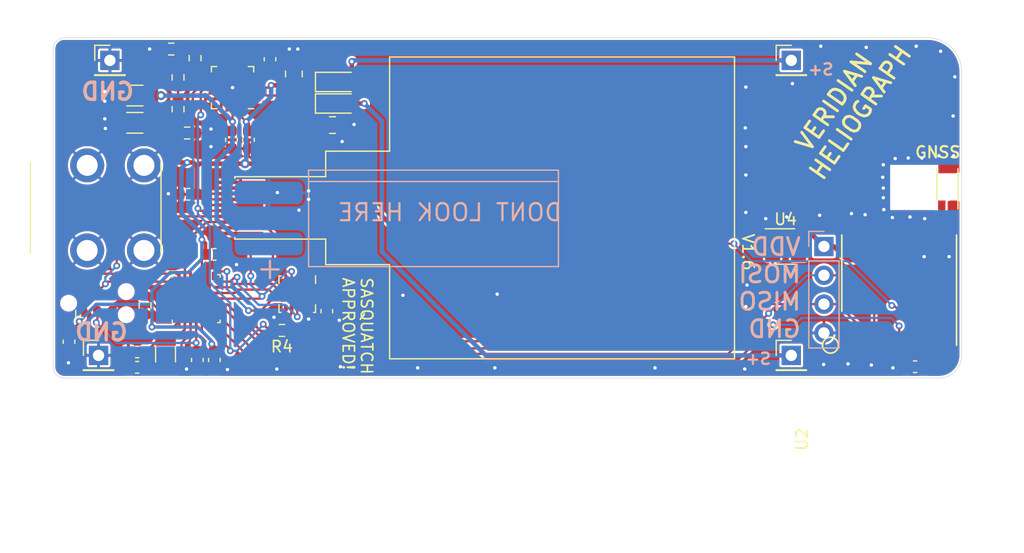
<source format=kicad_pcb>
(kicad_pcb (version 20211014) (generator pcbnew)
  (layers (0 "F.Cu" signal) (31 "B.Cu" signal) (34 "B.Paste" user) (35 "F.Paste" user) (36 "B.SilkS" user "B.Silkscreen") (37 "F.SilkS" user "F.Silkscreen") (38 "B.Mask" user) (39 "F.Mask" user) (44 "Edge.Cuts" user))
  (net 0 "")
  (net 1 "GND")
  (net 2 "GPS_EXINT")
  (net 3 "VDD")
  (net 4 "GPS_UART_MOSI")
  (net 5 "GPS_UART_MISO")
  (net 6 "/SOLAR+")
  (net 7 "/GPS_RF")
  (net 8 "VBAT")
  (net 23 "SPI_MOSI")
  (net 24 "SPI_CLK")
  (net 25 "SPI_MISO")
  (net 26 "LIS_INT")
  (net 27 "LIS_CS")
  (net 28 "Net-(D1-Pad2)")
  (net 29 "Net-(D3-Pad2)")
  (net 30 "Net-(C6-Pad1)")
  (net 31 "XTAL2")
  (net 32 "XTAL1")
  (net 33 "DISPCS")
  (net 34 "Net-(R1-Pad1)")
  (net 35 "Net-(ROK1-Pad1)")
  (net 36 "Net-(ROK2-Pad1)")
  (net 37 "Net-(ROV1-Pad1)")
  (net 41 "VBAT_OK")
  (net 45 "nRESET")
  (net 47 "SWDIO")
  (net 48 "EXTCOMIN")
  (net 49 "/VRDIV")
  (net 51 "/LBOOST")
  (net 54 "GPS_EN")
  (net 56 "GPS_VDD")
  (footprint "Capacitor_SMD:C_0603_1608Metric" (layer "F.Cu") (at 125.9 79)
    (fp_text reference "C5" hide)
    (fp_text value "1uF")
  )
  (footprint "Heliograph:M4_RA_7792" (layer "F.Cu") (at 53 65 -90)
    (fp_text reference "J7" hide)
    (fp_text value "Screw_Terminal_01x01")
  )
  (footprint "Capacitor_SMD:C_0603_1608Metric" (layer "F.Cu") (at 74.1 74.1 90)
    (fp_text reference "C26" hide)
    (fp_text value "1uF")
  )
  (footprint "Package_LGA:LGA-16_3x3mm_P0.5mm_LayoutBorder3x5y" (layer "F.Cu") (at 71.5 72.6 -90)
    (fp_text reference "U6" hide)
    (fp_text value "LIS3DH" hide)
  )
  (footprint "Capacitor_SMD:C_0402_1005Metric" (layer "F.Cu") (at 128.5 65.8 180)
    (fp_text reference "C1" hide)
    (fp_text value "3.3pF")
  )
  (footprint "Margo_Lib:MAX-8" (layer "F.Cu") (at 119.45 77.1 90)
    (fp_text reference "U2")
    (fp_text value "MAX-M10S")
  )
  (footprint "RF_Antenna:Pulse_W3011" (layer "F.Cu") (at 128.75 63.15 180)
    (fp_text reference "AE1" hide)
    (fp_text value "Antenna_Shield")
  )
  (footprint "Capacitor_SMD:C_0805_2012Metric" (layer "F.Cu") (at 74.6 57.7)
    (fp_text reference "C4" hide)
    (fp_text value "4.7uF")
  )
  (footprint "Connector:Tag-Connect_TC2030-IDC-NL_2x03_P1.27mm_Vertical" (layer "F.Cu") (at 53.9 73.4)
    (fp_text reference "J6" hide)
    (fp_text value "Conn_02x03_Odd_Even")
  )
  (footprint "Capacitor_SMD:C_0603_1608Metric" (layer "F.Cu") (at 57.4 79.05 180)
    (fp_text reference "C13" hide)
    (fp_text value "11pF")
  )
  (footprint "Heliograph:LS013B7DH03" (layer "F.Cu") (at 66 65 90)
    (fp_text reference "J1" hide)
    (fp_text value "Conn_01x10_Female")
  )
  (footprint "Resistor_SMD:R_0603_1608Metric" (layer "F.Cu") (at 61 56.3 -90)
    (fp_text reference "ROK2" hide)
    (fp_text value "5.36M")
  )
  (footprint "Capacitor_SMD:C_0603_1608Metric" (layer "F.Cu") (at 69.1 51.9 90)
    (fp_text reference "C6" hide)
    (fp_text value "10nF")
  )
  (footprint "Resistor_SMD:R_0603_1608Metric" (layer "F.Cu") (at 60.4 51 180)
    (fp_text reference "ROV1" hide)
    (fp_text value "6.49M")
  )
  (footprint "Resistor_SMD:R_0603_1608Metric" (layer "F.Cu") (at 61 53.5 -90)
    (fp_text reference "ROK3" hide)
    (fp_text value "1M")
  )
  (footprint "Capacitor_SMD:C_0603_1608Metric" (layer "F.Cu") (at 64.2 69.1)
    (fp_text reference "C14" hide)
    (fp_text value "1uF")
  )
  (footprint "Capacitor_SMD:C_0603_1608Metric" (layer "F.Cu") (at 62.7 78.4 -90)
    (fp_text reference "C2" hide)
    (fp_text value "1uF")
  )
  (footprint "Resistor_SMD:R_0603_1608Metric" (layer "F.Cu") (at 62.5 51.8 90)
    (fp_text reference "ROV2" hide)
    (fp_text value "6.49M")
  )
  (footprint "Capacitor_SMD:C_0603_1608Metric" (layer "F.Cu") (at 65.7 59 90)
    (fp_text reference "C9" hide)
    (fp_text value "10nF")
  )
  (footprint "Resistor_SMD:R_0603_1608Metric" (layer "F.Cu") (at 70.15 75.8 180)
    (fp_text reference "R4")
    (fp_text value "1M")
  )
  (footprint "Capacitor_SMD:C_0603_1608Metric" (layer "F.Cu") (at 67.2 59 90)
    (fp_text reference "C7" hide)
    (fp_text value "10nF")
  )
  (footprint "Capacitor_SMD:C_1206_3216Metric" (layer "F.Cu") (at 57.2 57.5)
    (fp_text reference "C12" hide)
    (fp_text value "47uF")
  )
  (footprint "Capacitor_SMD:C_0603_1608Metric" (layer "F.Cu") (at 64.2 78.4 -90)
    (fp_text reference "C19" hide)
    (fp_text value "1uF")
  )
  (footprint "Capacitor_SMD:C_0603_1608Metric" (layer "F.Cu") (at 61.9 63.8)
    (fp_text reference "C3" hide)
    (fp_text value "1uF")
  )
  (footprint "Diode_SMD:D_SOD-323_HandSoldering" (layer "F.Cu") (at 75 55.8)
    (fp_text reference "D3" hide)
    (fp_text value "Schottky")
  )
  (footprint "Package_DFN_QFN:QFN-28_4x4mm_P0.5mm" (layer "F.Cu") (at 62.6 73 90)
    (fp_text reference "U3" hide)
    (fp_text value "STM32L031G6Ux")
  )
  (footprint "Capacitor_SMD:C_0603_1608Metric" (layer "F.Cu") (at 51.4 76.8 -90)
    (fp_text reference "C16" hide)
    (fp_text value "1uF")
  )
  (footprint "Diode_SMD:D_SOD-323_HandSoldering" (layer "F.Cu") (at 75 53.9)
    (fp_text reference "D1" hide)
    (fp_text value "Schottky")
  )
  (footprint "Capacitor_SMD:C_0603_1608Metric" (layer "F.Cu") (at 57.4 77.7 180)
    (fp_text reference "C15" hide)
    (fp_text value "11pF")
  )
  (footprint "Package_DFN_QFN:QFN-20-1EP_3.5x3.5mm_P0.5mm_EP2x2mm" (layer "F.Cu") (at 65.8 54.4 180)
    (fp_text reference "U1" hide)
    (fp_text value "BQ25505")
  )
  (footprint "Resistor_SMD:R_0603_1608Metric" (layer "F.Cu") (at 61.8 58.4)
    (fp_text reference "ROK1" hide)
    (fp_text value "6.49M")
  )
  (footprint "Capacitor_SMD:C_1206_3216Metric" (layer "F.Cu") (at 57.2 55.1)
    (fp_text reference "C10" hide)
    (fp_text value "47uF")
  )
  (footprint "Connector_PinHeader_2.54mm:PinHeader_1x01_P2.54mm_Vertical" (layer "F.Cu") (at 55 52)
    (fp_text reference "J4" hide)
    (fp_text value "GND")
  )
  (footprint "Crystal:Crystal_SMD_3215-2Pin_3.2x1.5mm" (layer "F.Cu") (at 59.9 77.9 90)
    (fp_text reference "Y1" hide)
    (fp_text value "32.768")
  )
  (footprint "Heliograph:744031220" (layer "F.Cu") (at 72.725 57.7 180)
    (fp_text reference "L1" hide)
    (fp_text value "22uH")
  )
  (footprint "Package_TO_SOT_SMD:SOT-23-5" (layer "F.Cu") (at 114.5 68.4)
    (fp_text reference "U4")
    (fp_text value "MAX40200AUK")
  )
  (footprint "Connector_PinHeader_2.54mm:PinHeader_1x01_P2.54mm_Vertical" (layer "F.Cu") (at 54 78)
    (fp_text reference "J5" hide)
    (fp_text value "GND")
  )
  (footprint "Resistor_SMD:R_0603_1608Metric" (layer "F.Cu") (at 58.1 73.6 -90)
    (fp_text reference "R1" hide)
    (fp_text value "100")
  )
  (footprint "Connector_PinHeader_2.54mm:PinHeader_1x01_P2.54mm_Vertical" (layer "F.Cu") (at 115 78)
    (fp_text reference "J3" hide)
    (fp_text value "Solar1+")
  )
  (footprint "Capacitor_SMD:C_0805_2012Metric" (layer "F.Cu") (at 71.2 53.2 -90)
    (fp_text reference "C11" hide)
    (fp_text value "4.7uF")
  )
  (footprint "Connector_PinHeader_2.54mm:PinHeader_1x01_P2.54mm_Vertical" (layer "F.Cu") (at 115 52)
    (fp_text reference "J2" hide)
    (fp_text value "Solar2+")
  )
  (footprint "Heliograph:TPLC3R8-25MR8X20" (layer "B.Cu") (at 72.495 65.925)
    (fp_text reference "C8" hide)
    (fp_text value "25F")
  )
  (footprint "Connector_PinSocket_2.54mm:PinSocket_1x04_P2.54mm_Vertical" (layer "B.Cu") (at 117.875 68.4 180)
    (fp_text reference "J8" hide)
    (fp_text value "Conn_01x04_Male")
  )
  (gr_arc (start 127 50) (mid 129.12132 50.87868) (end 130 53) (layer "Edge.Cuts") (width 0.05))
  (gr_line (start 130 53) (end 130 78) (layer "Edge.Cuts") (width 0.05))
  (gr_arc (start 50 51) (mid 50.292894 50.292894) (end 51 50) (layer "Edge.Cuts") (width 0.05))
  (gr_line (start 128 80) (end 51 80) (layer "Edge.Cuts") (width 0.05))
  (gr_arc (start 51 80) (mid 50.292894 79.707106) (end 50 79) (layer "Edge.Cuts") (width 0.05))
  (gr_arc (start 130 78) (mid 129.414214 79.414214) (end 128 80) (layer "Edge.Cuts") (width 0.05))
  (gr_line (start 50 51) (end 50 79) (layer "Edge.Cuts") (width 0.05))
  (gr_line (start 51 50) (end 127 50) (layer "Edge.Cuts") (width 0.05))
  (gr_text "GND" (at 54.25 75.95) (layer "B.SilkS") (effects (font (size 1.5 1.5) (thickness 0.3)) (justify mirror)))
  (gr_text "S+" (at 117.6 52.8) (layer "B.SilkS") (effects (font (size 1 1) (thickness 0.2)) (justify mirror)))
  (gr_text "S+" (at 112.1 78.3) (layer "B.SilkS") (effects (font (size 1 1) (thickness 0.2)) (justify mirror)))
  (gr_text "GND" (at 54.8 54.75) (layer "B.SilkS") (effects (font (size 1.5 1.5) (thickness 0.3)) (justify mirror)))
  (gr_text "DONT LOOK HERE " (at 84.35 65.4) (layer "B.SilkS") (effects (font (size 1.5 1.5) (thickness 0.2)) (justify mirror)))
  (gr_text "VDD\nMOSI\nMISO\nGND" (at 115.975 72.05) (layer "B.SilkS") (effects (font (size 1.5 1.5) (thickness 0.25)) (justify left mirror)))
  (gr_text "V1.6" (at 111.2 68.9 270) (layer "F.SilkS") (effects (font (size 1 1))))
  (gr_text "VERIDIAN \nHELIOGRAPH" (at 120.1 55.9 55) (layer "F.SilkS") (effects (font (size 1.5 1.5) (thickness 0.25))))
  (gr_text "SASQUATCH \nAPPROVED!" (at 76.8 71.05 270) (layer "F.SilkS") (effects (font (size 1 1)) (justify left)))
  (gr_text "GNSS" (at 127.9 60.1) (layer "F.SilkS") (effects (font (size 1 1) (thickness 0.18))))
  (segment (start 58.175 74.5) (end 58.1 74.425) (width 0.2) (layer "F.Cu") (net 1))
  (segment (start 60.6025 74.5) (end 58.175 74.5) (width 0.2) (layer "F.Cu") (net 1))
  (segment (start 67.4875 53.4) (end 67.47798 53.40952) (width 0.2) (layer "F.Cu") (net 1))
  (segment (start 66.68452 55.28452) (end 65.8 54.4) (width 0.2) (layer "F.Cu") (net 1))
  (segment (start 67.47798 53.40952) (end 66.79048 53.40952) (width 0.2) (layer "F.Cu") (net 1))
  (segment (start 66.79048 53.40952) (end 65.8 54.4) (width 0.2) (layer "F.Cu") (net 1))
  (segment (start 67.05 55.3) (end 66.3625 55.3) (width 0.2) (layer "F.Cu") (net 1))
  (segment (start 67.4875 55.4) (end 67.15 55.4) (width 0.2) (layer "F.Cu") (net 1))
  (segment (start 67.15 55.4) (end 67.05 55.3) (width 0.2) (layer "F.Cu") (net 1))
  (via (at 123.05 62.3) (size 0.6) (drill 0.3) (layers "F.Cu" "B.Cu") (net 1))
  (via (at 111 73.7) (size 0.6) (drill 0.3) (layers "F.Cu" "B.Cu") (net 1))
  (via (at 123.1 63.25) (size 0.6) (drill 0.3) (layers "F.Cu" "B.Cu") (net 1))
  (via (at 111 54.35) (size 0.6) (drill 0.3) (layers "F.Cu" "B.Cu") (net 1))
  (via (at 111 65.4) (size 0.6) (drill 0.3) (layers "F.Cu" "B.Cu") (net 1))
  (via (at 121.5 65.6) (size 0.6) (drill 0.3) (layers "F.Cu" "B.Cu") (net 1))
  (via (at 115.1 54.05) (size 0.6) (drill 0.3) (layers "F.Cu" "B.Cu") (net 1))
  (via (at 129.4 53.45) (size 0.6) (drill 0.3) (layers "F.Cu" "B.Cu") (net 1))
  (via (at 69.7 79.2) (size 0.6) (drill 0.3) (layers "F.Cu" "B.Cu") (net 1))
  (via (at 82.1 79.1) (size 0.6) (drill 0.3) (layers "F.Cu" "B.Cu") (net 1))
  (via (at 61.75 79.2) (size 0.6) (drill 0.3) (layers "F.Cu" "B.Cu") (net 1))
  (via (at 60.15 63.75) (size 0.6) (drill 0.3) (layers "F.Cu" "B.Cu") (net 1))
  (via (at 58.5 51) (size 0.6) (drill 0.3) (layers "F.Cu" "B.Cu") (net 1))
  (via (at 72.5 63.5) (size 0.6) (drill 0.3) (layers "F.Cu" "B.Cu") (net 1))
  (via (at 54.55 55.6) (size 0.6) (drill 0.3) (layers "F.Cu" "B.Cu") (net 1))
  (via (at 114.6 65.8) (size 0.6) (drill 0.3) (layers "F.Cu" "B.Cu") (net 1))
  (via (at 126.5 60.6) (size 0.6) (drill 0.3) (layers "F.Cu" "B.Cu") (net 1))
  (via (at 69.75 63.65) (size 0.6) (drill 0.3) (layers "F.Cu" "B.Cu") (net 1))
  (via (at 128.9 69.3) (size 0.6) (drill 0.3) (layers "F.Cu" "B.Cu") (net 1))
  (via (at 121.6 50.85) (size 0.6) (drill 0.3) (layers "F.Cu" "B.Cu") (net 1))
  (via (at 117.85 78.8) (size 0.6) (drill 0.3) (layers "F.Cu" "B.Cu") (net 1))
  (via (at 66.15 70) (size 0.6) (drill 0.3) (layers "F.Cu" "B.Cu") (net 1))
  (via (at 65.8 54.4) (size 0.6) (drill 0.3) (layers "F.Cu" "B.Cu") (net 1))
  (via (at 71.55 51) (size 0.6) (drill 0.3) (layers "F.Cu" "B.Cu") (net 1))
  (via (at 128.15 51.2) (size 0.6) (drill 0.3) (layers "F.Cu" "B.Cu") (net 1))
  (via (at 89.1 72.6) (size 0.6) (drill 0.3) (layers "F.Cu" "B.Cu") (net 1))
  (via (at 123.1 64.1) (size 0.6) (drill 0.3) (layers "F.Cu" "B.Cu") (net 1))
  (via (at 75.3 79) (size 0.6) (drill 0.3) (layers "F.Cu" "B.Cu") (net 1))
  (via (at 63.9 59.6) (size 0.6) (drill 0.3) (layers "F.Cu" "B.Cu") (net 1))
  (via (at 111.1 71.8) (size 0.6) (drill 0.3) (layers "F.Cu" "B.Cu") (net 1))
  (via (at 76.5 57.65) (size 0.6) (drill 0.3) (layers "F.Cu" "B.Cu") (net 1))
  (via (at 70.8 51) (size 0.6) (drill 0.3) (layers "F.Cu" "B.Cu") (net 1))
  (via (at 71.65 65.2) (size 0.6) (drill 0.3) (layers "F.Cu" "B.Cu") (net 1))
  (via (at 128 60.4) (size 0.6) (drill 0.3) (layers "F.Cu" "B.Cu") (net 1))
  (via (at 80.8 72.7) (size 0.6) (drill 0.3) (layers "F.Cu" "B.Cu") (net 1))
  (via (at 54.6 58) (size 0.6) (drill 0.3) (layers "F.Cu" "B.Cu") (net 1))
  (via (at 51.35 78.65) (size 0.6) (drill 0.3) (layers "F.Cu" "B.Cu") (net 1))
  (via (at 120.3 65.5) (size 0.6) (drill 0.3) (layers "F.Cu" "B.Cu") (net 1))
  (via (at 69.450699 74.6405) (size 0.6) (drill 0.3) (layers "F.Cu" "B.Cu") (net 1))
  (via (at 129.25 56.9) (size 0.6) (drill 0.3) (layers "F.Cu" "B.Cu") (net 1))
  (via (at 123.95 79.1) (size 0.6) (drill 0.3) (layers "F.Cu" "B.Cu") (net 1))
  (via (at 65.35 79.25) (size 0.6) (drill 0.3) (layers "F.Cu" "B.Cu") (net 1))
  (via (at 122.05 78.85) (size 0.6) (drill 0.3) (layers "F.Cu" "B.Cu") (net 1))
  (via (at 112.75 65.95) (size 0.6) (drill 0.3) (layers "F.Cu" "B.Cu") (net 1))
  (via (at 123.1 61.2) (size 0.6) (drill 0.3) (layers "F.Cu" "B.Cu") (net 1))
  (via (at 110.95 57.95) (size 0.6) (drill 0.3) (layers "F.Cu" "B.Cu") (net 1))
  (via (at 124.15 60.65) (size 0.6) (drill 0.3) (layers "F.Cu" "B.Cu") (net 1))
  (via (at 103 79.1) (size 0.6) (drill 0.3) (layers "F.Cu" "B.Cu") (net 1))
  (via (at 111 59.6) (size 0.6) (drill 0.3) (layers "F.Cu" "B.Cu") (net 1))
  (via (at 126.75 65.95) (size 0.6) (drill 0.3) (layers "F.Cu" "B.Cu") (net 1))
  (via (at 129.3 60.4) (size 0.6) (drill 0.3) (layers "F.Cu" "B.Cu") (net 1))
  (via (at 126.7 69.3) (size 0.6) (drill 0.3) (layers "F.Cu" "B.Cu") (net 1))
  (via (at 110.9 79.2) (size 0.6) (drill 0.3) (layers "F.Cu" "B.Cu") (net 1))
  (via (at 126 50.75) (size 0.6) (drill 0.3) (layers "F.Cu" "B.Cu") (net 1))
  (via (at 72.5 64.25) (size 0.6) (drill 0.3) (layers "F.Cu" "B.Cu") (net 1))
  (via (at 88.9 79.1) (size 0.6) (drill 0.3) (layers "F.Cu" "B.Cu") (net 1))
  (via (at 120 78.75) (size 0.6) (drill 0.3) (layers "F.Cu" "B.Cu") (net 1))
  (via (at 117.5 65.65) (size 0.6) (drill 0.3) (layers "F.Cu" "B.Cu") (net 1))
  (via (at 111 62.1) (size 0.6) (drill 0.3) (layers "F.Cu" "B.Cu") (net 1))
  (via (at 123.15 65.15) (size 0.6) (drill 0.3) (layers "F.Cu" "B.Cu") (net 1))
  (via (at 63.9 58.05) (size 0.6) (drill 0.3) (layers "F.Cu" "B.Cu") (net 1))
  (via (at 72.5 74.8) (size 0.6) (drill 0.3) (layers "F.Cu" "B.Cu") (net 1))
  (via (at 54.55 57.15) (size 0.6) (drill 0.3) (layers "F.Cu" "B.Cu") (net 1))
  (via (at 125.45 65.8) (size 0.6) (drill 0.3) (layers "F.Cu" "B.Cu") (net 1))
  (via (at 125.3 60.6) (size 0.6) (drill 0.3) (layers "F.Cu" "B.Cu") (net 1))
  (via (at 54.55 54.75) (size 0.6) (drill 0.3) (layers "F.Cu" "B.Cu") (net 1))
  (via (at 75.2 74.9) (size 0.6) (drill 0.3) (layers "F.Cu" "B.Cu") (net 1))
  (via (at 75.45 59.15) (size 0.6) (drill 0.3) (layers "F.Cu" "B.Cu") (net 1))
  (via (at 123.9 65.85) (size 0.6) (drill 0.3) (layers "F.Cu" "B.Cu") (net 1))
  (via (at 117.6 50.75) (size 0.6) (drill 0.3) (layers "F.Cu" "B.Cu") (net 1))
  (segment (start 67.4025 78.3) (end 110.4 78.3) (width 0.2) (layer "F.Cu") (net 2))
  (segment (start 110.4 78.3) (end 113.4 75.3) (width 0.2) (layer "F.Cu") (net 2))
  (segment (start 64.1 74.9975) (end 67.4025 78.3) (width 0.2) (layer "F.Cu") (net 2))
  (segment (start 124.5 75.4) (end 124.5 77.15) (width 0.2) (layer "F.Cu") (net 2))
  (via (at 124.5 75.4) (size 0.6) (drill 0.3) (layers "F.Cu" "B.Cu") (net 2))
  (via (at 113.4 75.3) (size 0.6) (drill 0.3) (layers "F.Cu" "B.Cu") (net 2))
  (segment (start 123.8 74.7) (end 115.9 74.7) (width 0.2) (layer "B.Cu") (net 2))
  (segment (start 115.3 75.3) (end 113.4 75.3) (width 0.2) (layer "B.Cu") (net 2))
  (segment (start 124.5 75.4) (end 123.8 74.7) (width 0.2) (layer "B.Cu") (net 2))
  (segment (start 115.9 74.7) (end 115.3 75.3) (width 0.2) (layer "B.Cu") (net 2))
  (segment (start 72.5 71.375) (end 73.375 71.375) (width 0.2) (layer "F.Cu") (net 3))
  (segment (start 124.05 73.6) (end 123.85 73.6) (width 0.2) (layer "F.Cu") (net 3))
  (segment (start 66.3 56.0875) (end 66.3 56.7) (width 0.2) (layer "F.Cu") (net 3))
  (segment (start 125.6 75.15) (end 124.05 73.6) (width 0.2) (layer "F.Cu") (net 3))
  (segment (start 66.3 56.7) (end 67 57.4) (width 0.2) (layer "F.Cu") (net 3))
  (segment (start 74.1 72.1) (end 74.1 61.2) (width 0.2) (layer "F.Cu") (net 3))
  (segment (start 113.3625 67.45) (end 109.35 67.45) (width 0.4) (layer "F.Cu") (net 3))
  (segment (start 74 61.1) (end 66.9 61.1) (width 0.4) (layer "F.Cu") (net 3))
  (segment (start 63.96875 76.73125) (end 63.96875 77) (width 0.2) (layer "F.Cu") (net 3))
  (segment (start 109.95 68.15) (end 108.65 68.15) (width 0.2) (layer "F.Cu") (net 3))
  (segment (start 74.1 72.1) (end 74.1 73.325) (width 0.2) (layer "F.Cu") (net 3))
  (segment (start 87.85 74.6) (end 74.35 61.1) (width 0.4) (layer "F.Cu") (net 3))
  (segment (start 109.35 67.45) (end 108.5 68.3) (width 0.4) (layer "F.Cu") (net 3))
  (segment (start 52.63 74.035) (end 52.63 74.67) (width 0.3) (layer "F.Cu") (net 3))
  (segment (start 71.15 54.2) (end 71.2 54.15) (width 0.4) (layer "F.Cu") (net 3))
  (segment (start 63.6 64.75) (end 62.675 63.825) (width 0.2) (layer "F.Cu") (net 3))
  (segment (start 63.1 74.9375) (end 63.1 75.8625) (width 0.2) (layer "F.Cu") (net 3))
  (segment (start 73.375 71.375) (end 74.1 72.1) (width 0.2) (layer "F.Cu") (net 3))
  (segment (start 62.675 61.325) (end 62.675 63.8) (width 0.4) (layer "F.Cu") (net 3))
  (segment (start 62.675 63.825) (end 62.675 63.8) (width 0.2) (layer "F.Cu") (net 3))
  (segment (start 102.2 74.6) (end 87.85 74.6) (width 0.4) (layer "F.Cu") (net 3))
  (segment (start 63.125 64.25) (end 62.675 63.8) (width 0.2) (layer "F.Cu") (net 3))
  (segment (start 67.4875 54.4) (end 69 54.4) (width 0.2) (layer "F.Cu") (net 3))
  (segment (start 67.2 57.6) (end 67.2 58.225) (width 0.3) (layer "F.Cu") (net 3))
  (segment (start 66.9 61.1) (end 62.9 61.1) (width 0.4) (layer "F.Cu") (net 3))
  (segment (start 62.9 61.1) (end 62.675 61.325) (width 0.4) (layer "F.Cu") (net 3))
  (segment (start 63.425 69.2) (end 63.425 68.125) (width 0.3) (layer "F.Cu") (net 3))
  (segment (start 125.6 77.1) (end 125.6 75.15) (width 0.2) (layer "F.Cu") (net 3))
  (segment (start 63.1 71.0625) (end 63.1 69.525) (width 0.2) (layer "F.Cu") (net 3))
  (segment (start 67 57.4) (end 67.2 57.6) (width 0.3) (layer "F.Cu") (net 3))
  (segment (start 62.35 61) (end 62.675 61.325) (width 0.4) (layer "F.Cu") (net 3))
  (segment (start 52.3 75) (end 52.3 75.125) (width 0.2) (layer "F.Cu") (net 3))
  (segment (start 63.1 75.8625) (end 63.96875 76.73125) (width 0.2) (layer "F.Cu") (net 3))
  (segment (start 73.875 73.1) (end 74.1 73.325) (width 0.2) (layer "F.Cu") (net 3))
  (segment (start 63.1 69.525) (end 63.425 69.2) (width 0.2) (layer "F.Cu") (net 3))
  (segment (start 64.2 77.23125) (end 64.2 77.525) (width 0.3) (layer "F.Cu") (net 3))
  (segment (start 60.5975 75.5) (end 58.7 75.5) (width 0.2) (layer "F.Cu") (net 3))
  (segment (start 74.35 61.1) (end 74 61.1) (width 0.4) (layer "F.Cu") (net 3))
  (segment (start 52.3 75.125) (end 51.4 76.025) (width 0.2) (layer "F.Cu") (net 3))
  (segment (start 108.65 68.15) (end 108.5 68.3) (width 0.2) (layer "F.Cu") (net 3))
  (segment (start 58.675 58.475) (end 61.2 61) (width 0.4) (layer "F.Cu") (net 3))
  (segment (start 62.725 63.75) (end 62.675 63.8) (width 0.2) (layer "F.Cu") (net 3))
  (segment (start 69.2 54.2) (end 71.15 54.2) (width 0.4) (layer "F.Cu") (net 3))
  (segment (start 61.1 74.9975) (end 60.5975 75.5) (width 0.2) (layer "F.Cu") (net 3))
  (segment (start 69 54.4) (end 69.2 54.2) (width 0.2) (layer "F.Cu") (net 3))
  (segment (start 52.63 74.67) (end 52.3 75) (width 0.3) (layer "F.Cu") (net 3))
  (segment (start 63.425 68.125) (end 63.1 67.8) (width 0.3) (layer "F.Cu") (net 3))
  (segment (start 72.725 73.1) (end 73.875 73.1) (width 0.2) (layer "F.Cu") (net 3))
  (segment (start 66.5 63.75) (end 62.725 63.75) (width 0.2) (layer "F.Cu") (net 3))
  (segment (start 63.96875 77) (end 64.2 77.23125) (width 0.3) (layer "F.Cu") (net 3))
  (segment (start 66.5 64.75) (end 63.6 64.75) (width 0.2) (layer "F.Cu") (net 3))
  (segment (start 74.1 61.2) (end 74 61.1) (width 0.2) (layer "F.Cu") (net 3))
  (segment (start 61.2 61) (end 61.8 61) (width 0.4) (layer "F.Cu") (net 3))
  (segment (start 61.8 61) (end 62.35 61) (width 0.4) (layer "F.Cu") (net 3))
  (segment (start 58.675 57.5) (end 58.675 58.475) (width 0.4) (layer "F.Cu") (net 3))
  (segment (start 108.5 68.3) (end 102.2 74.6) (width 0.4) (layer "F.Cu") (net 3))
  (segment (start 66.5 64.25) (end 63.125 64.25) (width 0.2) (layer "F.Cu") (net 3))
  (via (at 66.9 61.1) (size 0.8) (drill 0.4) (layers "F.Cu" "B.Cu") (net 3))
  (via (at 63.1 67.8) (size 0.6) (drill 0.3) (layers "F.Cu" "B.Cu") (net 3))
  (via (at 123.85 73.6) (size 0.6) (drill 0.3) (layers "F.Cu" "B.Cu") (net 3))
  (via (at 52.3 75) (size 0.6) (drill 0.3) (layers "F.Cu" "B.Cu") (net 3))
  (via (at 63.96875 77) (size 0.6) (drill 0.3) (layers "F.Cu" "B.Cu") (net 3))
  (via (at 109.95 68.15) (size 0.6) (drill 0.3) (layers "F.Cu" "B.Cu") (net 3))
  (via (at 58.7 75.5) (size 0.6) (drill 0.3) (layers "F.Cu" "B.Cu") (net 3))
  (via (at 61.8 61) (size 0.6) (drill 0.3) (layers "F.Cu" "B.Cu") (net 3))
  (via (at 67 57.4) (size 0.6) (drill 0.3) (layers "F.Cu" "B.Cu") (net 3))
  (via (at 69.2 54.2) (size 0.6) (drill 0.3) (layers "F.Cu" "B.Cu") (net 3))
  (segment (start 58.7 72.3) (end 60.3 70.7) (width 0.3) (layer "B.Cu") (net 3))
  (segment (start 109.95 68.15) (end 111.5 69.7) (width 0.2) (layer "B.Cu") (net 3))
  (segment (start 63.1 67.8) (end 63.1 67.3) (width 0.4) (layer "B.Cu") (net 3))
  (segment (start 119.95 69.7) (end 123.85 73.6) (width 0.2) (layer "B.Cu") (net 3))
  (segment (start 58.7 75.5) (end 58.7 73.5) (width 0.3) (layer "B.Cu") (net 3))
  (segment (start 63.1 67.3) (end 61.3 65.5) (width 0.4) (layer "B.Cu") (net 3))
  (segment (start 67 61) (end 66.9 61.1) (width 0.4) (layer "B.Cu") (net 3))
  (segment (start 63.96875 76.73125) (end 62.7375 75.5) (width 0.3) (layer "B.Cu") (net 3))
  (segment (start 61.9 70.7) (end 63.1 69.5) (width 0.3) (layer "B.Cu") (net 3))
  (segment (start 62.7375 75.5) (end 58.7 75.5) (width 0.3) (layer "B.Cu") (net 3))
  (segment (start 58.7 73.5) (end 53.8 73.5) (width 0.3) (layer "B.Cu") (net 3))
  (segment (start 111.5 69.7) (end 119.95 69.7) (width 0.2) (layer "B.Cu") (net 3))
  (segment (start 69.2 55.2) (end 69.2 54.2) (width 0.4) (layer "B.Cu") (net 3))
  (segment (start 61.3 65.5) (end 61.3 61.5) (width 0.4) (layer "B.Cu") (net 3))
  (segment (start 63.1 69.5) (end 63.1 67.8) (width 0.3) (layer "B.Cu") (net 3))
  (segment (start 67 57.4) (end 67 61) (width 0.4) (layer "B.Cu") (net 3))
  (segment (start 53.8 73.5) (end 52.3 75) (width 0.3) (layer "B.Cu") (net 3))
  (segment (start 60.3 70.7) (end 61.9 70.7) (width 0.3) (layer "B.Cu") (net 3))
  (segment (start 67 57.4) (end 69.2 55.2) (width 0.4) (layer "B.Cu") (net 3))
  (segment (start 61.3 61.5) (end 61.8 61) (width 0.4) (layer "B.Cu") (net 3))
  (segment (start 58.7 73.5) (end 58.7 72.3) (width 0.3) (layer "B.Cu") (net 3))
  (segment (start 122.3 73.9) (end 122.3 77.15) (width 0.2) (layer "F.Cu") (net 4))
  (segment (start 67.957011 77.859511) (end 109.440489 77.859511) (width 0.2) (layer "F.Cu") (net 4))
  (segment (start 64.5975 74.5) (end 67.957011 77.859511) (width 0.2) (layer "F.Cu") (net 4))
  (segment (start 119.34 70.94) (end 122.3 73.9) (width 0.2) (layer "F.Cu") (net 4))
  (segment (start 109.440489 77.859511) (end 113 74.3) (width 0.2) (layer "F.Cu") (net 4))
  (segment (start 117.875 70.94) (end 119.34 70.94) (width 0.2) (layer "F.Cu") (net 4))
  (via (at 113 74.3) (size 0.6) (drill 0.3) (layers "F.Cu" "B.Cu") (net 4))
  (segment (start 116.36 70.94) (end 113 74.3) (width 0.2) (layer "B.Cu") (net 4))
  (segment (start 117.875 70.94) (end 116.36 70.94) (width 0.2) (layer "B.Cu") (net 4))
  (segment (start 68.580978 77.380978) (end 109.019022 77.380978) (width 0.2) (layer "F.Cu") (net 5))
  (segment (start 109.019022 77.380978) (end 112.92 73.48) (width 0.2) (layer "F.Cu") (net 5))
  (segment (start 112.92 73.48) (end 117.875 73.48) (width 0.2) (layer "F.Cu") (net 5))
  (segment (start 65.2 74) (end 68.580978 77.380978) (width 0.2) (layer "F.Cu") (net 5))
  (segment (start 64.5375 74) (end 65.2 74) (width 0.2) (layer "F.Cu") (net 5))
  (segment (start 119.077081 73.48) (end 121.2 75.602919) (width 0.2) (layer "F.Cu") (net 5))
  (segment (start 117.875 73.48) (end 119.077081 73.48) (width 0.2) (layer "F.Cu") (net 5))
  (segment (start 121.2 75.602919) (end 121.2 77.15) (width 0.2) (layer "F.Cu") (net 5))
  (segment (start 73.65 55.9) (end 73.75 55.8) (width 0.4) (layer "F.Cu") (net 6))
  (segment (start 73.75 53.9) (end 73.75 54.95) (width 0.4) (layer "F.Cu") (net 6))
  (segment (start 73.75 54.95) (end 73.75 55.8) (width 0.4) (layer "F.Cu") (net 6))
  (segment (start 68.6 54.9) (end 68.8 55.1) (width 0.2) (layer "F.Cu") (net 6))
  (segment (start 73.65 57.7) (end 73.65 55.9) (width 0.4) (layer "F.Cu") (net 6))
  (segment (start 68.8 55.1) (end 73.6 55.1) (width 0.2) (layer "F.Cu") (net 6))
  (segment (start 73.6 55.1) (end 73.75 54.95) (width 0.2) (layer "F.Cu") (net 6))
  (segment (start 72.225 57.7) (end 73.65 57.7) (width 0.4) (layer "F.Cu") (net 6))
  (segment (start 67.4875 54.9) (end 68.6 54.9) (width 0.2) (layer "F.Cu") (net 6))
  (segment (start 65.8 56.0875) (end 65.8 57.4) (width 0.2) (layer "F.Cu") (net 8))
  (segment (start 58.675 55.1) (end 59.5 55.1) (width 0.4) (layer "F.Cu") (net 8))
  (segment (start 65.8 58.125) (end 65.7 58.225) (width 0.2) (layer "F.Cu") (net 8))
  (segment (start 65.8 57.4) (end 65.8 58.125) (width 0.3) (layer "F.Cu") (net 8))
  (via (at 65.8 57.4) (size 0.6) (drill 0.3) (layers "F.Cu" "B.Cu") (net 8))
  (via (at 59.5 55.1) (size 0.8) (drill 0.4) (layers "F.Cu" "B.Cu") (net 8))
  (segment (start 64.4 66) (end 66.575 68.175) (width 0.4) (layer "B.Cu") (net 8))
  (segment (start 63.5 55.1) (end 65.8 57.4) (width 0.4) (layer "B.Cu") (net 8))
  (segment (start 59.5 55.1) (end 63.5 55.1) (width 0.4) (layer "B.Cu") (net 8))
  (segment (start 65.8 57.4) (end 65.8 59.5) (width 0.4) (layer "B.Cu") (net 8))
  (segment (start 64.4 60.9) (end 64.4 66) (width 0.4) (layer "B.Cu") (net 8))
  (segment (start 66.575 68.175) (end 68.995 68.175) (width 0.4) (layer "B.Cu") (net 8))
  (segment (start 65.8 59.5) (end 64.4 60.9) (width 0.4) (layer "B.Cu") (net 8))
  (segment (start 69.35 67.25) (end 68.85 66.75) (width 0.2) (layer "F.Cu") (net 23))
  (segment (start 69.3 71.7) (end 67.3 71.7) (width 0.2) (layer "F.Cu") (net 23))
  (segment (start 68.85 66.75) (end 66.5 66.75) (width 0.2) (layer "F.Cu") (net 23))
  (segment (start 68 71.7) (end 69.35 70.35) (width 0.2) (layer "F.Cu") (net 23))
  (segment (start 69.35 70.35) (end 69.35 67.25) (width 0.2) (layer "F.Cu") (net 23))
  (segment (start 66 71.7) (end 68 71.7) (width 0.2) (layer "F.Cu") (net 23))
  (segment (start 65.7 72) (end 66 71.7) (width 0.2) (layer "F.Cu") (net 23))
  (segment (start 70.275 72.1) (end 69.7 72.1) (width 0.2) (layer "F.Cu") (net 23))
  (segment (start 69.7 72.1) (end 69.3 71.7) (width 0.2) (layer "F.Cu") (net 23))
  (segment (start 64.5375 72) (end 65.7 72) (width 0.2) (layer "F.Cu") (net 23))
  (segment (start 68.2 73) (end 68.4 72.8) (width 0.2) (layer "F.Cu") (net 24))
  (segment (start 64.5375 73) (end 68.2 73) (width 0.2) (layer "F.Cu") (net 24))
  (segment (start 66.5 67.25) (end 67.4 68.15) (width 0.2) (layer "F.Cu") (net 24))
  (segment (start 71 70.6) (end 71 71.375) (width 0.2) (layer "F.Cu") (net 24))
  (segment (start 67.4 68.15) (end 67.4 71) (width 0.2) (layer "F.Cu") (net 24))
  (via (at 71 70.6) (size 0.6) (drill 0.3) (layers "F.Cu" "B.Cu") (net 24))
  (via (at 68.4 72.8) (size 0.6) (drill 0.3) (layers "F.Cu" "B.Cu") (net 24))
  (via (at 67.4 71) (size 0.6) (drill 0.3) (layers "F.Cu" "B.Cu") (net 24))
  (segment (start 67.4 71) (end 67.4 71.8) (width 0.2) (layer "B.Cu") (net 24))
  (segment (start 71 70.6) (end 70.6 70.6) (width 0.2) (layer "B.Cu") (net 24))
  (segment (start 67.4 71.8) (end 68.4 72.8) (width 0.2) (layer "B.Cu") (net 24))
  (segment (start 70.6 70.6) (end 68.4 72.8) (width 0.2) (layer "B.Cu") (net 24))
  (segment (start 69 72.2) (end 66.288493 72.2) (width 0.2) (layer "F.Cu") (net 25))
  (segment (start 69.4 72.6) (end 69 72.2) (width 0.2) (layer "F.Cu") (net 25))
  (segment (start 70.275 72.6) (end 69.4 72.6) (width 0.2) (layer "F.Cu") (net 25))
  (segment (start 65.988493 72.5) (end 64.5375 72.5) (width 0.2) (layer "F.Cu") (net 25))
  (segment (start 66.288493 72.2) (end 65.988493 72.5) (width 0.2) (layer "F.Cu") (net 25))
  (segment (start 64.5975 71.5) (end 65.6 71.5) (width 0.2) (layer "F.Cu") (net 26))
  (segment (start 65.6 71.5) (end 66 71.1) (width 0.2) (layer "F.Cu") (net 26))
  (segment (start 66 71.1) (end 66.2 71.1) (width 0.2) (layer "F.Cu") (net 26))
  (segment (start 71.5 74.6) (end 71.5 73.825) (width 0.2) (layer "F.Cu") (net 26))
  (via (at 66.2 71.1) (size 0.6) (drill 0.3) (layers "F.Cu" "B.Cu") (net 26))
  (via (at 71.5 74.6) (size 0.6) (drill 0.3) (layers "F.Cu" "B.Cu") (net 26))
  (segment (start 68.1 73.55) (end 70.45 73.55) (width 0.2) (layer "B.Cu") (net 26))
  (segment (start 66.2 71.1) (end 66.2 71.65) (width 0.2) (layer "B.Cu") (net 26))
  (segment (start 66.2 71.65) (end 68.1 73.55) (width 0.2) (layer "B.Cu") (net 26))
  (segment (start 70.45 73.55) (end 71.5 74.6) (width 0.2) (layer "B.Cu") (net 26))
  (segment (start 64.5025 70.6) (end 65.3 70.6) (width 0.2) (layer "F.Cu") (net 27))
  (segment (start 68.3 74.05) (end 69.25 73.1) (width 0.2) (layer "F.Cu") (net 27))
  (segment (start 67.2 74.05) (end 68.3 74.05) (width 0.2) (layer "F.Cu") (net 27))
  (segment (start 64.1 71.0025) (end 64.5025 70.6) (width 0.2) (layer "F.Cu") (net 27))
  (segment (start 69.25 73.1) (end 70.275 73.1) (width 0.2) (layer "F.Cu") (net 27))
  (via (at 65.3 70.6) (size 0.6) (drill 0.3) (layers "F.Cu" "B.Cu") (net 27))
  (via (at 67.2 74.05) (size 0.6) (drill 0.3) (layers "F.Cu" "B.Cu") (net 27))
  (segment (start 67.2 74.05) (end 65.3 72.15) (width 0.2) (layer "B.Cu") (net 27))
  (segment (start 65.3 72.15) (end 65.3 70.6) (width 0.2) (layer "B.Cu") (net 27))
  (segment (start 76.3 53.85) (end 76.25 53.9) (width 0.4) (layer "F.Cu") (net 28))
  (segment (start 76.3 52.1) (end 76.3 53.85) (width 0.4) (layer "F.Cu") (net 28))
  (via (at 76.3 52.1) (size 0.6) (drill 0.3) (layers "F.Cu" "B.Cu") (net 28))
  (segment (start 76.4 52) (end 76.3 52.1) (width 0.4) (layer "B.Cu") (net 28))
  (segment (start 115 52) (end 76.4 52) (width 0.4) (layer "B.Cu") (net 28))
  (segment (start 76.25 55.8) (end 77.4 55.8) (width 0.4) (layer "F.Cu") (net 29))
  (via (at 77.4 55.8) (size 0.6) (drill 0.3) (layers "F.Cu" "B.Cu") (net 29))
  (segment (start 78.95 57.35) (end 78.95 68.85) (width 0.4) (layer "B.Cu") (net 29))
  (segment (start 88.1 78) (end 115 78) (width 0.4) (layer "B.Cu") (net 29))
  (segment (start 77.4 55.8) (end 78.95 57.35) (width 0.4) (layer "B.Cu") (net 29))
  (segment (start 78.95 68.85) (end 88.1 78) (width 0.4) (layer "B.Cu") (net 29))
  (segment (start 69.1 53.2) (end 68.4 53.9) (width 0.2) (layer "F.Cu") (net 30))
  (segment (start 69.1 52.675) (end 69.1 53.2) (width 0.2) (layer "F.Cu") (net 30))
  (segment (start 68.4 53.9) (end 67.4875 53.9) (width 0.2) (layer "F.Cu") (net 30))
  (segment (start 62.1 74.9375) (end 62.1 76.1) (width 0.2) (layer "F.Cu") (net 31))
  (segment (start 61.3 76.9) (end 61.3 78.3) (width 0.2) (layer "F.Cu") (net 31))
  (segment (start 60.6 79) (end 58.375 79) (width 0.2) (layer "F.Cu") (net 31))
  (segment (start 61.3 78.3) (end 60.6 79) (width 0.2) (layer "F.Cu") (net 31))
  (segment (start 62.1 76.1) (end 61.3 76.9) (width 0.2) (layer "F.Cu") (net 31))
  (segment (start 61.6 75.7) (end 61.6 74.9375) (width 0.2) (layer "F.Cu") (net 32))
  (segment (start 60.85 76.45) (end 61.6 75.7) (width 0.2) (layer "F.Cu") (net 32))
  (segment (start 59.425 76.45) (end 60.85 76.45) (width 0.2) (layer "F.Cu") (net 32))
  (segment (start 58.375 77.5) (end 59.425 76.45) (width 0.2) (layer "F.Cu") (net 32))
  (segment (start 63.5 66.25) (end 66.5 66.25) (width 0.2) (layer "F.Cu") (net 33))
  (segment (start 61 69.7) (end 61 68.75) (width 0.2) (layer "F.Cu") (net 33))
  (segment (start 61 68.75) (end 63.5 66.25) (width 0.2) (layer "F.Cu") (net 33))
  (segment (start 61.6 70.3) (end 61 69.7) (width 0.2) (layer "F.Cu") (net 33))
  (segment (start 61.6 71.0625) (end 61.6 70.3) (width 0.2) (layer "F.Cu") (net 33))
  (segment (start 59.325 74) (end 58.1 72.775) (width 0.2) (layer "F.Cu") (net 34))
  (segment (start 60.6625 74) (end 59.325 74) (width 0.2) (layer "F.Cu") (net 34))
  (segment (start 63.3 53.9) (end 62.3 54.9) (width 0.2) (layer "F.Cu") (net 35))
  (segment (start 61 58.375) (end 60.975 58.4) (width 0.2) (layer "F.Cu") (net 35))
  (segment (start 61.475 56.825) (end 61.3 56.825) (width 0.2) (layer "F.Cu") (net 35))
  (segment (start 61 57.125) (end 61 58.375) (width 0.2) (layer "F.Cu") (net 35))
  (segment (start 64.1125 53.9) (end 63.3 53.9) (width 0.2) (layer "F.Cu") (net 35))
  (segment (start 62.3 54.9) (end 62.3 56) (width 0.2) (layer "F.Cu") (net 35))
  (segment (start 62.3 56) (end 61.475 56.825) (width 0.2) (layer "F.Cu") (net 35))
  (segment (start 64.1125 53.4) (end 62.9 53.4) (width 0.2) (layer "F.Cu") (net 36))
  (segment (start 61 54.325) (end 61 55.475) (width 0.2) (layer "F.Cu") (net 36))
  (segment (start 62.9 53.4) (end 61.975 54.325) (width 0.2) (layer "F.Cu") (net 36))
  (segment (start 61.975 54.325) (end 61 54.325) (width 0.2) (layer "F.Cu") (net 36))
  (segment (start 61.7 50.975) (end 61.425 50.7) (width 0.2) (layer "F.Cu") (net 37))
  (segment (start 65.275 50.975) (end 61.7 50.975) (width 0.2) (layer "F.Cu") (net 37))
  (segment (start 66.3 52.7125) (end 66.3 52) (width 0.2) (layer "F.Cu") (net 37))
  (segment (start 66.3 52) (end 65.275 50.975) (width 0.2) (layer "F.Cu") (net 37))
  (segment (start 63 54.8) (end 63 56.8) (width 0.2) (layer "F.Cu") (net 41))
  (segment (start 63.6 75.5) (end 63.6 74.9375) (width 0.2) (layer "F.Cu") (net 41))
  (segment (start 62.75 65.05) (end 62.95 65.25) (width 0.2) (layer "F.Cu") (net 41))
  (segment (start 69.05 75.8) (end 69.325 75.8) (width 0.2) (layer "F.Cu") (net 41))
  (segment (start 68.5 75.25) (end 69.05 75.8) (width 0.2) (layer "F.Cu") (net 41))
  (segment (start 62.95 65.25) (end 66.5 65.25) (width 0.2) (layer "F.Cu") (net 41))
  (segment (start 65.6 77.5) (end 63.6 75.5) (width 0.2) (layer "F.Cu") (net 41))
  (segment (start 64.1125 54.4) (end 63.4 54.4) (width 0.2) (layer "F.Cu") (net 41))
  (segment (start 63.4 54.4) (end 63 54.8) (width 0.2) (layer "F.Cu") (net 41))
  (segment (start 65.6 77.6) (end 65.6 77.5) (width 0.2) (layer "F.Cu") (net 41))
  (via (at 62.75 65.05) (size 0.6) (drill 0.3) (layers "F.Cu" "B.Cu") (net 41))
  (via (at 65.6 77.6) (size 0.6) (drill 0.3) (layers "F.Cu" "B.Cu") (net 41))
  (via (at 68.5 75.25) (size 0.6) (drill 0.3) (layers "F.Cu" "B.Cu") (net 41))
  (via (at 63 56.8) (size 0.6) (drill 0.3) (layers "F.Cu" "B.Cu") (net 41))
  (segment (start 63.8 71.6) (end 63.8 66.6) (width 0.2) (layer "B.Cu") (net 41))
  (segment (start 62.75 65.55) (end 62.75 57.05) (width 0.2) (layer "B.Cu") (net 41))
  (segment (start 63.8 66.6) (end 62.75 65.55) (width 0.2) (layer "B.Cu") (net 41))
  (segment (start 65.6 77.6) (end 65.6 73.4) (width 0.2) (layer "B.Cu") (net 41))
  (segment (start 62.75 57.05) (end 63 56.8) (width 0.2) (layer "B.Cu") (net 41))
  (segment (start 66.2 77.6) (end 65.6 77.6) (width 0.2) (layer "B.Cu") (net 41))
  (segment (start 68.5 75.25) (end 68.5 75.3) (width 0.2) (layer "B.Cu") (net 41))
  (segment (start 68.5 75.3) (end 66.2 77.6) (width 0.2) (layer "B.Cu") (net 41))
  (segment (start 65.6 73.4) (end 63.8 71.6) (width 0.2) (layer "B.Cu") (net 41))
  (segment (start 62.6 77.525) (end 62.7 77.625) (width 0.2) (layer "F.Cu") (net 45))
  (segment (start 62.6 74.9375) (end 62.6 77.525) (width 0.2) (layer "F.Cu") (net 45))
  (segment (start 53.9 74.035) (end 53.9 75) (width 0.2) (layer "F.Cu") (net 45))
  (segment (start 62.7 77.625) (end 62.7 77.525) (width 0.2) (layer "F.Cu") (net 45))
  (segment (start 53.9 75) (end 53.8 75.1) (width 0.2) (layer "F.Cu") (net 45))
  (via (at 62.6 76.9) (size 0.6) (drill 0.3) (layers "F.Cu" "B.Cu") (net 45))
  (via (at 53.8 75.1) (size 0.6) (drill 0.3) (layers "F.Cu" "B.Cu") (net 45))
  (segment (start 55.6 76.9) (end 53.8 75.1) (width 0.2) (layer "B.Cu") (net 45))
  (segment (start 62.6 76.9) (end 55.6 76.9) (width 0.2) (layer "B.Cu") (net 45))
  (segment (start 52.63 72.07) (end 52.63 72.765) (width 0.2) (layer "F.Cu") (net 47))
  (segment (start 60.8975 70.8) (end 53.9 70.8) (width 0.2) (layer "F.Cu") (net 47))
  (segment (start 61.1 71.0025) (end 60.8975 70.8) (width 0.2) (layer "F.Cu") (net 47))
  (segment (start 53.9 70.8) (end 52.63 72.07) (width 0.2) (layer "F.Cu") (net 47))
  (segment (start 55.6 70.1) (end 55.6 67.2) (width 0.2) (layer "F.Cu") (net 48))
  (segment (start 60.6025 71.5) (end 54.8 71.5) (width 0.2) (layer "F.Cu") (net 48))
  (segment (start 53.9 72.765) (end 53.9 72.4) (width 0.2) (layer "F.Cu") (net 48))
  (segment (start 54.8 71.5) (end 54.6 71.7) (width 0.2) (layer "F.Cu") (net 48))
  (segment (start 53.9 72.4) (end 54.6 71.7) (width 0.2) (layer "F.Cu") (net 48))
  (segment (start 57.05 65.75) (end 66.5 65.75) (width 0.2) (layer "F.Cu") (net 48))
  (segment (start 55.6 67.2) (end 57.05 65.75) (width 0.2) (layer "F.Cu") (net 48))
  (via (at 55.6 70.1) (size 0.6) (drill 0.3) (layers "F.Cu" "B.Cu") (net 48))
  (via (at 54.6 71.7) (size 0.6) (drill 0.3) (layers "F.Cu" "B.Cu") (net 48))
  (segment (start 55.6 70.1) (end 54.6 71.1) (width 0.2) (layer "B.Cu") (net 48))
  (segment (start 54.6 71.1) (end 54.6 71.7) (width 0.2) (layer "B.Cu") (net 48))
  (segment (start 62.4 52.625) (end 61.05 52.625) (width 0.2) (layer "F.Cu") (net 49))
  (segment (start 61.05 52.625) (end 61 52.675) (width 0.2) (layer "F.Cu") (net 49))
  (segment (start 65.8 52.2) (end 65.3 51.7) (width 0.2) (layer "F.Cu") (net 49))
  (segment (start 65.3 51.7) (end 63.325 51.7) (width 0.2) (layer "F.Cu") (net 49))
  (segment (start 63.325 51.7) (end 62.4 52.625) (width 0.2) (layer "F.Cu") (net 49))
  (segment (start 65.8 52.7125) (end 65.8 52.2) (width 0.2) (layer "F.Cu") (net 49))
  (segment (start 65.35 73.5) (end 68.6 76.75) (width 0.2) (layer "F.Cu") (net 54))
  (segment (start 68.6 76.75) (end 70.55 76.75) (width 0.2) (layer "F.Cu") (net 54))
  (segment (start 64.5375 73.5) (end 65.35 73.5) (width 0.2) (layer "F.Cu") (net 54))
  (segment (start 70.55 76.75) (end 70.975 76.75) (width 0.2) (layer "F.Cu") (net 54))
  (segment (start 108.95 76.75) (end 70.55 76.75) (width 0.2) (layer "F.Cu") (net 54))
  (segment (start 113.3625 69.35) (end 113.3625 72.3375) (width 0.2) (layer "F.Cu") (net 54))
  (segment (start 113.3625 72.3375) (end 108.95 76.75) (width 0.2) (layer "F.Cu") (net 54))
  (segment (start 70.975 76.75) (end 70.975 75.8) (width 0.2) (layer "F.Cu") (net 54))
  (segment (start 126.675 77.175) (end 126.7 77.15) (width 0.4) (layer "F.Cu") (net 56))
  (segment (start 126.675 79) (end 126.675 77.175) (width 0.4) (layer "F.Cu") (net 56))
  (segment (start 117.875 68.4) (end 116.925 67.45) (width 0.4) (layer "F.Cu") (net 56))
  (segment (start 118.75 68.4) (end 117.875 68.4) (width 0.4) (layer "F.Cu") (net 56))
  (segment (start 119.95 69.6) (end 118.75 68.4) (width 0.4) (layer "F.Cu") (net 56))
  (segment (start 116.925 67.45) (end 115.6375 67.45) (width 0.4) (layer "F.Cu") (net 56))
  (segment (start 126.7 74.7) (end 121.6 69.6) (width 0.4) (layer "F.Cu") (net 56))
  (segment (start 127.8 77.15) (end 126.7 77.15) (width 0.4) (layer "F.Cu") (net 56))
  (segment (start 121.6 69.6) (end 119.95 69.6) (width 0.4) (layer "F.Cu") (net 56))
  (segment (start 126.7 77.15) (end 126.7 74.7) (width 0.4) (layer "F.Cu") (net 56))
  (zone (net 1) (net_name "GND") (layers F&B.Cu) (connect_pads (clearance 0.2)) (min_thickness 0.15) (fill yes (thermal_gap 0.2) (thermal_bridge_width 0.254))
    (polygon (pts (xy 135.516615 83.926847) (xy 49.35 83.1) (xy 49.35 47.3) (xy 134.616615 46.676847)))
  )
  (zone (net 0) (net_name "") (layer "F.Cu") (connect_pads (clearance 0)) (min_thickness 0.15)
    (keepout (tracks allowed) (vias allowed) (pads allowed) (copperpour not_allowed) (footprints allowed))
    (fill (thermal_gap 0.2) (thermal_bridge_width 0.254))
    (polygon (pts (xy 128 61.2) (xy 128 61.9) (xy 129.95 61.9) (xy 129.95 64.4) (xy 127.95 64.4) (xy 127.95 65.2) (xy 123.7 65.2) (xy 123.7 61.2)))
  )
  (zone (net 7) (net_name "/GPS_RF") (layer "F.Cu") (priority 1) (connect_pads yes (clearance 0.2)) (min_thickness 0.15) (fill yes (thermal_gap 0.2) (thermal_bridge_width 0.254) (smoothing fillet) (radius 0.25))
    (polygon (pts (xy 128.55 65.15) (xy 128.2 66.4) (xy 128.2 68.1) (xy 127.4 68.1) (xy 127.4 66.4) (xy 127.95 65.15) (xy 127.95 64.55) (xy 128.55 64.55)))
  )
  (zone (net 0) (net_name "") (layer "F.Cu") (connect_pads (clearance 0)) (min_thickness 0.15)
    (keepout (tracks allowed) (vias allowed) (pads allowed) (copperpour not_allowed) (footprints allowed))
    (fill (thermal_gap 0.2) (thermal_bridge_width 0.254))
    (polygon (pts (xy 69.4 59.9) (xy 71.8 59.9) (xy 71.8 55.5) (xy 69.4 55.5)))
  )
  (zone (net 51) (net_name "/LBOOST") (layer "F.Cu") (priority 1) (connect_pads yes (clearance 0)) (min_thickness 0.254) (fill yes (thermal_gap 0.508) (thermal_bridge_width 0.508))
    (polygon (pts (xy 69.4 55.8) (xy 69.4 57.8) (xy 68.5 57.8) (xy 66.7 56.4) (xy 66.7 55.8) (xy 68.5 55.8)))
  )
  (zone (net 0) (net_name "") (layer "B.Cu") (connect_pads (clearance 0)) (min_thickness 0.15)
    (keepout (tracks allowed) (vias allowed) (pads allowed) (copperpour not_allowed) (footprints allowed))
    (fill (thermal_gap 0.2) (thermal_bridge_width 0.254))
    (polygon (pts (xy 129.95 61.2) (xy 129.95 65.2) (xy 123.7 65.2) (xy 123.7 61.2)))
  )
)
</source>
